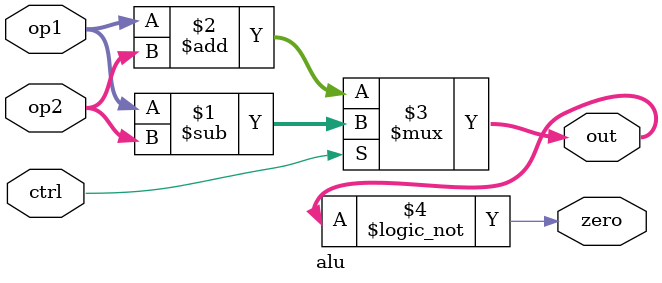
<source format=sv>
module alu #(
    parameter DATA_WIDTH = 32
)(
    input  logic                 ctrl, // 0 for add, 1 for subtract
    input  logic[DATA_WIDTH-1:0] op1,
    input  logic[DATA_WIDTH-1:0] op2,
    output logic[DATA_WIDTH-1:0] out,
    output logic                 zero // true when the out == 0
);

assign out = ctrl ? (op1 - op2) : (op1 + op2);
assign zero = (out == 0);

endmodule

</source>
